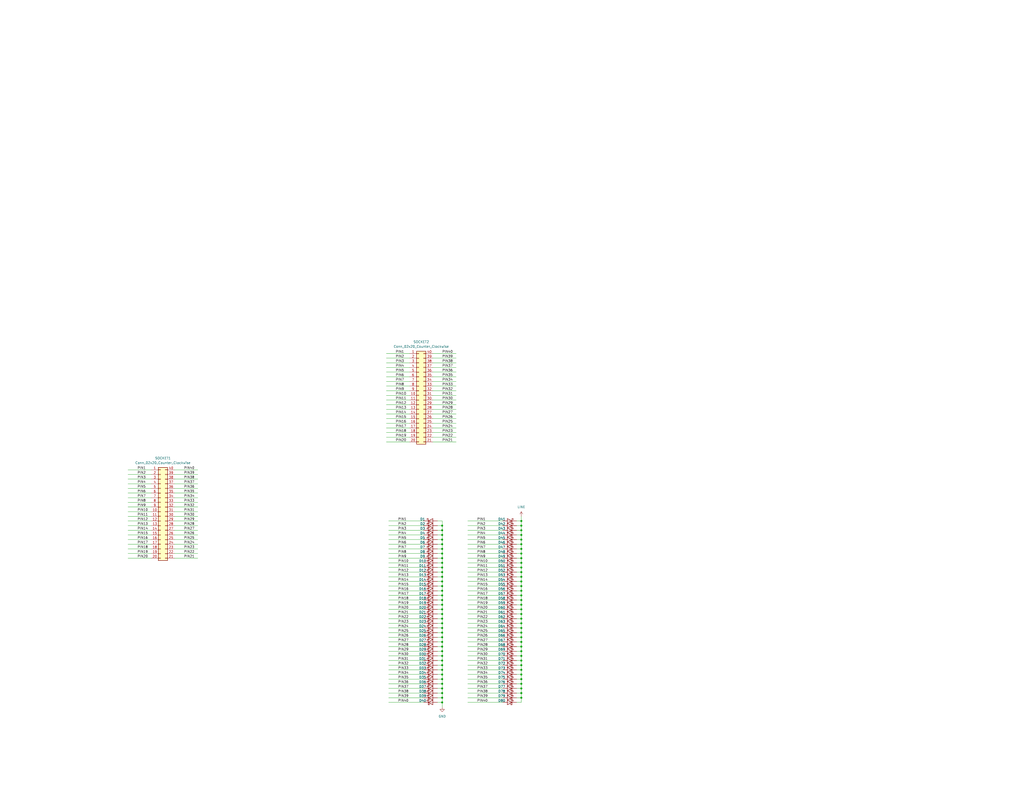
<source format=kicad_sch>
(kicad_sch (version 20231120) (generator "eeschema") (generator_version "8.0")
  (paper "C")
  (title_block (title "UNIC 40") (date "2023-11-24") (rev "1.0") (company "Modular Circuits"))
  (junction (at 241.3 350.52))
  (junction (at 241.3 342.9))
  (junction (at 284.48 378.46))
  (junction (at 284.48 325.12))
  (junction (at 241.3 317.5))
  (junction (at 241.3 360.68))
  (junction (at 284.48 284.48))
  (junction (at 284.48 330.2))
  (junction (at 241.3 325.12))
  (junction (at 284.48 355.6))
  (junction (at 241.3 304.8))
  (junction (at 241.3 365.76))
  (junction (at 284.48 302.26))
  (junction (at 284.48 358.14))
  (junction (at 284.48 335.28))
  (junction (at 241.3 335.28))
  (junction (at 284.48 342.9))
  (junction (at 241.3 302.26))
  (junction (at 284.48 292.1))
  (junction (at 241.3 353.06))
  (junction (at 241.3 358.14))
  (junction (at 241.3 370.84))
  (junction (at 284.48 360.68))
  (junction (at 284.48 299.72))
  (junction (at 284.48 294.64))
  (junction (at 284.48 370.84))
  (junction (at 284.48 373.38))
  (junction (at 284.48 381))
  (junction (at 284.48 363.22))
  (junction (at 241.3 373.38))
  (junction (at 284.48 314.96))
  (junction (at 284.48 347.98))
  (junction (at 241.3 363.22))
  (junction (at 284.48 317.5))
  (junction (at 241.3 381))
  (junction (at 241.3 375.92))
  (junction (at 241.3 294.64))
  (junction (at 241.3 368.3))
  (junction (at 241.3 347.98))
  (junction (at 241.3 314.96))
  (junction (at 284.48 320.04))
  (junction (at 241.3 309.88))
  (junction (at 241.3 332.74))
  (junction (at 284.48 304.8))
  (junction (at 284.48 368.3))
  (junction (at 241.3 345.44))
  (junction (at 241.3 299.72))
  (junction (at 241.3 292.1))
  (junction (at 284.48 337.82))
  (junction (at 241.3 287.02))
  (junction (at 241.3 320.04))
  (junction (at 284.48 309.88))
  (junction (at 284.48 350.52))
  (junction (at 284.48 327.66))
  (junction (at 284.48 345.44))
  (junction (at 284.48 307.34))
  (junction (at 241.3 327.66))
  (junction (at 241.3 337.82))
  (junction (at 284.48 353.06))
  (junction (at 284.48 322.58))
  (junction (at 241.3 330.2))
  (junction (at 241.3 312.42))
  (junction (at 241.3 383.54))
  (junction (at 241.3 340.36))
  (junction (at 241.3 355.6))
  (junction (at 241.3 322.58))
  (junction (at 284.48 340.36))
  (junction (at 241.3 378.46))
  (junction (at 284.48 312.42))
  (junction (at 284.48 289.56))
  (junction (at 241.3 289.56))
  (junction (at 241.3 297.18))
  (junction (at 284.48 287.02))
  (junction (at 284.48 332.74))
  (junction (at 241.3 307.34))
  (junction (at 284.48 365.76))
  (junction (at 284.48 375.92))
  (junction (at 284.48 297.18))
  (wire (pts (xy 241.3 350.52) (xy 241.3 347.98)))
  (wire (pts (xy 69.85 269.24) (xy 82.55 269.24)))
  (wire (pts (xy 95.25 289.56) (xy 107.95 289.56)))
  (wire (pts (xy 238.76 322.58) (xy 241.3 322.58)))
  (wire (pts (xy 238.76 340.36) (xy 241.3 340.36)))
  (wire (pts (xy 212.09 360.68) (xy 231.14 360.68)))
  (wire (pts (xy 212.09 335.28) (xy 231.14 335.28)))
  (wire (pts (xy 212.09 370.84) (xy 231.14 370.84)))
  (wire (pts (xy 241.3 365.76) (xy 241.3 363.22)))
  (wire (pts (xy 281.94 347.98) (xy 284.48 347.98)))
  (wire (pts (xy 284.48 289.56) (xy 284.48 287.02)))
  (wire (pts (xy 241.3 327.66) (xy 241.3 325.12)))
  (wire (pts (xy 255.27 314.96) (xy 274.32 314.96)))
  (wire (pts (xy 255.27 381) (xy 274.32 381)))
  (wire (pts (xy 238.76 381) (xy 241.3 381)))
  (wire (pts (xy 238.76 299.72) (xy 241.3 299.72)))
  (wire (pts (xy 255.27 340.36) (xy 274.32 340.36)))
  (wire (pts (xy 238.76 314.96) (xy 241.3 314.96)))
  (wire (pts (xy 284.48 381) (xy 284.48 378.46)))
  (wire (pts (xy 212.09 375.92) (xy 231.14 375.92)))
  (wire (pts (xy 212.09 363.22) (xy 231.14 363.22)))
  (wire (pts (xy 241.3 302.26) (xy 241.3 299.72)))
  (wire (pts (xy 210.82 223.52) (xy 223.52 223.52)))
  (wire (pts (xy 241.3 368.3) (xy 241.3 365.76)))
  (wire (pts (xy 238.76 345.44) (xy 241.3 345.44)))
  (wire (pts (xy 95.25 297.18) (xy 107.95 297.18)))
  (wire (pts (xy 284.48 312.42) (xy 284.48 309.88)))
  (wire (pts (xy 238.76 368.3) (xy 241.3 368.3)))
  (wire (pts (xy 212.09 325.12) (xy 231.14 325.12)))
  (wire (pts (xy 281.94 381) (xy 284.48 381)))
  (wire (pts (xy 241.3 358.14) (xy 241.3 355.6)))
  (wire (pts (xy 281.94 335.28) (xy 284.48 335.28)))
  (wire (pts (xy 281.94 350.52) (xy 284.48 350.52)))
  (wire (pts (xy 255.27 355.6) (xy 274.32 355.6)))
  (wire (pts (xy 210.82 205.74) (xy 223.52 205.74)))
  (wire (pts (xy 212.09 304.8) (xy 231.14 304.8)))
  (wire (pts (xy 255.27 358.14) (xy 274.32 358.14)))
  (wire (pts (xy 284.48 358.14) (xy 284.48 355.6)))
  (wire (pts (xy 212.09 358.14) (xy 231.14 358.14)))
  (wire (pts (xy 212.09 342.9) (xy 231.14 342.9)))
  (wire (pts (xy 241.3 370.84) (xy 241.3 368.3)))
  (wire (pts (xy 255.27 330.2) (xy 274.32 330.2)))
  (wire (pts (xy 281.94 292.1) (xy 284.48 292.1)))
  (wire (pts (xy 284.48 309.88) (xy 284.48 307.34)))
  (wire (pts (xy 255.27 307.34) (xy 274.32 307.34)))
  (wire (pts (xy 210.82 233.68) (xy 223.52 233.68)))
  (wire (pts (xy 255.27 375.92) (xy 274.32 375.92)))
  (wire (pts (xy 69.85 297.18) (xy 82.55 297.18)))
  (wire (pts (xy 284.48 320.04) (xy 284.48 317.5)))
  (wire (pts (xy 284.48 373.38) (xy 284.48 370.84)))
  (wire (pts (xy 255.27 294.64) (xy 274.32 294.64)))
  (wire (pts (xy 281.94 360.68) (xy 284.48 360.68)))
  (wire (pts (xy 238.76 350.52) (xy 241.3 350.52)))
  (wire (pts (xy 212.09 340.36) (xy 231.14 340.36)))
  (wire (pts (xy 210.82 218.44) (xy 223.52 218.44)))
  (wire (pts (xy 284.48 317.5) (xy 284.48 314.96)))
  (wire (pts (xy 241.3 360.68) (xy 241.3 358.14)))
  (wire (pts (xy 241.3 330.2) (xy 241.3 327.66)))
  (wire (pts (xy 241.3 353.06) (xy 241.3 350.52)))
  (wire (pts (xy 212.09 381) (xy 231.14 381)))
  (wire (pts (xy 284.48 302.26) (xy 284.48 299.72)))
  (wire (pts (xy 236.22 228.6) (xy 248.92 228.6)))
  (wire (pts (xy 241.3 292.1) (xy 241.3 289.56)))
  (wire (pts (xy 284.48 342.9) (xy 284.48 340.36)))
  (wire (pts (xy 95.25 304.8) (xy 107.95 304.8)))
  (wire (pts (xy 281.94 365.76) (xy 284.48 365.76)))
  (wire (pts (xy 236.22 236.22) (xy 248.92 236.22)))
  (wire (pts (xy 212.09 337.82) (xy 231.14 337.82)))
  (wire (pts (xy 241.3 289.56) (xy 241.3 287.02)))
  (wire (pts (xy 281.94 358.14) (xy 284.48 358.14)))
  (wire (pts (xy 281.94 355.6) (xy 284.48 355.6)))
  (wire (pts (xy 255.27 289.56) (xy 274.32 289.56)))
  (wire (pts (xy 238.76 304.8) (xy 241.3 304.8)))
  (wire (pts (xy 69.85 292.1) (xy 82.55 292.1)))
  (wire (pts (xy 236.22 231.14) (xy 248.92 231.14)))
  (wire (pts (xy 281.94 289.56) (xy 284.48 289.56)))
  (wire (pts (xy 281.94 363.22) (xy 284.48 363.22)))
  (wire (pts (xy 284.48 350.52) (xy 284.48 347.98)))
  (wire (pts (xy 95.25 261.62) (xy 107.95 261.62)))
  (wire (pts (xy 238.76 320.04) (xy 241.3 320.04)))
  (wire (pts (xy 284.48 330.2) (xy 284.48 327.66)))
  (wire (pts (xy 255.27 347.98) (xy 274.32 347.98)))
  (wire (pts (xy 95.25 264.16) (xy 107.95 264.16)))
  (wire (pts (xy 241.3 322.58) (xy 241.3 320.04)))
  (wire (pts (xy 238.76 289.56) (xy 241.3 289.56)))
  (wire (pts (xy 255.27 320.04) (xy 274.32 320.04)))
  (wire (pts (xy 236.22 205.74) (xy 248.92 205.74)))
  (wire (pts (xy 255.27 327.66) (xy 274.32 327.66)))
  (wire (pts (xy 212.09 353.06) (xy 231.14 353.06)))
  (wire (pts (xy 236.22 218.44) (xy 248.92 218.44)))
  (wire (pts (xy 284.48 304.8) (xy 284.48 302.26)))
  (wire (pts (xy 212.09 373.38) (xy 231.14 373.38)))
  (wire (pts (xy 212.09 299.72) (xy 231.14 299.72)))
  (wire (pts (xy 69.85 259.08) (xy 82.55 259.08)))
  (wire (pts (xy 284.48 368.3) (xy 284.48 365.76)))
  (wire (pts (xy 281.94 297.18) (xy 284.48 297.18)))
  (wire (pts (xy 212.09 365.76) (xy 231.14 365.76)))
  (wire (pts (xy 69.85 276.86) (xy 82.55 276.86)))
  (wire (pts (xy 281.94 378.46) (xy 284.48 378.46)))
  (wire (pts (xy 210.82 193.04) (xy 223.52 193.04)))
  (wire (pts (xy 281.94 322.58) (xy 284.48 322.58)))
  (wire (pts (xy 241.3 383.54) (xy 241.3 381)))
  (wire (pts (xy 95.25 276.86) (xy 107.95 276.86)))
  (wire (pts (xy 241.3 355.6) (xy 241.3 353.06)))
  (wire (pts (xy 241.3 307.34) (xy 241.3 304.8)))
  (wire (pts (xy 69.85 302.26) (xy 82.55 302.26)))
  (wire (pts (xy 284.48 383.54) (xy 284.48 381)))
  (wire (pts (xy 238.76 297.18) (xy 241.3 297.18)))
  (wire (pts (xy 69.85 284.48) (xy 82.55 284.48)))
  (wire (pts (xy 236.22 220.98) (xy 248.92 220.98)))
  (wire (pts (xy 241.3 312.42) (xy 241.3 309.88)))
  (wire (pts (xy 236.22 226.06) (xy 248.92 226.06)))
  (wire (pts (xy 238.76 309.88) (xy 241.3 309.88)))
  (wire (pts (xy 281.94 304.8) (xy 284.48 304.8)))
  (wire (pts (xy 241.3 378.46) (xy 241.3 375.92)))
  (wire (pts (xy 241.3 335.28) (xy 241.3 332.74)))
  (wire (pts (xy 281.94 330.2) (xy 284.48 330.2)))
  (wire (pts (xy 281.94 325.12) (xy 284.48 325.12)))
  (wire (pts (xy 284.48 378.46) (xy 284.48 375.92)))
  (wire (pts (xy 255.27 363.22) (xy 274.32 363.22)))
  (wire (pts (xy 284.48 297.18) (xy 284.48 294.64)))
  (wire (pts (xy 212.09 289.56) (xy 231.14 289.56)))
  (wire (pts (xy 281.94 302.26) (xy 284.48 302.26)))
  (wire (pts (xy 210.82 208.28) (xy 223.52 208.28)))
  (wire (pts (xy 95.25 269.24) (xy 107.95 269.24)))
  (wire (pts (xy 210.82 236.22) (xy 223.52 236.22)))
  (wire (pts (xy 95.25 271.78) (xy 107.95 271.78)))
  (wire (pts (xy 238.76 294.64) (xy 241.3 294.64)))
  (wire (pts (xy 241.3 383.54) (xy 241.3 386.08)))
  (wire (pts (xy 95.25 266.7) (xy 107.95 266.7)))
  (wire (pts (xy 241.3 337.82) (xy 241.3 335.28)))
  (wire (pts (xy 241.3 345.44) (xy 241.3 342.9)))
  (wire (pts (xy 255.27 378.46) (xy 274.32 378.46)))
  (wire (pts (xy 238.76 355.6) (xy 241.3 355.6)))
  (wire (pts (xy 281.94 294.64) (xy 284.48 294.64)))
  (wire (pts (xy 212.09 368.3) (xy 231.14 368.3)))
  (wire (pts (xy 255.27 302.26) (xy 274.32 302.26)))
  (wire (pts (xy 69.85 289.56) (xy 82.55 289.56)))
  (wire (pts (xy 284.48 299.72) (xy 284.48 297.18)))
  (wire (pts (xy 241.3 342.9) (xy 241.3 340.36)))
  (wire (pts (xy 281.94 337.82) (xy 284.48 337.82)))
  (wire (pts (xy 284.48 370.84) (xy 284.48 368.3)))
  (wire (pts (xy 238.76 335.28) (xy 241.3 335.28)))
  (wire (pts (xy 255.27 325.12) (xy 274.32 325.12)))
  (wire (pts (xy 255.27 368.3) (xy 274.32 368.3)))
  (wire (pts (xy 281.94 383.54) (xy 284.48 383.54)))
  (wire (pts (xy 236.22 223.52) (xy 248.92 223.52)))
  (wire (pts (xy 284.48 287.02) (xy 284.48 284.48)))
  (wire (pts (xy 281.94 314.96) (xy 284.48 314.96)))
  (wire (pts (xy 255.27 373.38) (xy 274.32 373.38)))
  (wire (pts (xy 281.94 307.34) (xy 284.48 307.34)))
  (wire (pts (xy 241.3 304.8) (xy 241.3 302.26)))
  (wire (pts (xy 238.76 378.46) (xy 241.3 378.46)))
  (wire (pts (xy 95.25 294.64) (xy 107.95 294.64)))
  (wire (pts (xy 95.25 281.94) (xy 107.95 281.94)))
  (wire (pts (xy 284.48 327.66) (xy 284.48 325.12)))
  (wire (pts (xy 241.3 325.12) (xy 241.3 322.58)))
  (wire (pts (xy 284.48 335.28) (xy 284.48 332.74)))
  (wire (pts (xy 284.48 360.68) (xy 284.48 358.14)))
  (wire (pts (xy 238.76 287.02) (xy 241.3 287.02)))
  (wire (pts (xy 236.22 233.68) (xy 248.92 233.68)))
  (wire (pts (xy 212.09 378.46) (xy 231.14 378.46)))
  (wire (pts (xy 241.3 314.96) (xy 241.3 312.42)))
  (wire (pts (xy 69.85 266.7) (xy 82.55 266.7)))
  (wire (pts (xy 212.09 347.98) (xy 231.14 347.98)))
  (wire (pts (xy 212.09 287.02) (xy 231.14 287.02)))
  (wire (pts (xy 238.76 360.68) (xy 241.3 360.68)))
  (wire (pts (xy 241.3 332.74) (xy 241.3 330.2)))
  (wire (pts (xy 210.82 226.06) (xy 223.52 226.06)))
  (wire (pts (xy 212.09 309.88) (xy 231.14 309.88)))
  (wire (pts (xy 95.25 274.32) (xy 107.95 274.32)))
  (wire (pts (xy 210.82 220.98) (xy 223.52 220.98)))
  (wire (pts (xy 281.94 320.04) (xy 284.48 320.04)))
  (wire (pts (xy 255.27 309.88) (xy 274.32 309.88)))
  (wire (pts (xy 255.27 304.8) (xy 274.32 304.8)))
  (wire (pts (xy 210.82 203.2) (xy 223.52 203.2)))
  (wire (pts (xy 212.09 292.1) (xy 231.14 292.1)))
  (wire (pts (xy 241.3 287.02) (xy 241.3 284.48)))
  (wire (pts (xy 238.76 312.42) (xy 241.3 312.42)))
  (wire (pts (xy 69.85 304.8) (xy 82.55 304.8)))
  (wire (pts (xy 95.25 292.1) (xy 107.95 292.1)))
  (wire (pts (xy 255.27 287.02) (xy 274.32 287.02)))
  (wire (pts (xy 281.94 368.3) (xy 284.48 368.3)))
  (wire (pts (xy 95.25 287.02) (xy 107.95 287.02)))
  (wire (pts (xy 238.76 337.82) (xy 241.3 337.82)))
  (wire (pts (xy 69.85 294.64) (xy 82.55 294.64)))
  (wire (pts (xy 284.48 294.64) (xy 284.48 292.1)))
  (wire (pts (xy 255.27 360.68) (xy 274.32 360.68)))
  (wire (pts (xy 95.25 256.54) (xy 107.95 256.54)))
  (wire (pts (xy 281.94 327.66) (xy 284.48 327.66)))
  (wire (pts (xy 212.09 297.18) (xy 231.14 297.18)))
  (wire (pts (xy 236.22 198.12) (xy 248.92 198.12)))
  (wire (pts (xy 281.94 312.42) (xy 284.48 312.42)))
  (wire (pts (xy 95.25 259.08) (xy 107.95 259.08)))
  (wire (pts (xy 284.48 363.22) (xy 284.48 360.68)))
  (wire (pts (xy 210.82 198.12) (xy 223.52 198.12)))
  (wire (pts (xy 255.27 317.5) (xy 274.32 317.5)))
  (wire (pts (xy 212.09 314.96) (xy 231.14 314.96)))
  (wire (pts (xy 212.09 330.2) (xy 231.14 330.2)))
  (wire (pts (xy 236.22 238.76) (xy 248.92 238.76)))
  (wire (pts (xy 255.27 370.84) (xy 274.32 370.84)))
  (wire (pts (xy 255.27 350.52) (xy 274.32 350.52)))
  (wire (pts (xy 238.76 353.06) (xy 241.3 353.06)))
  (wire (pts (xy 212.09 312.42) (xy 231.14 312.42)))
  (wire (pts (xy 69.85 271.78) (xy 82.55 271.78)))
  (wire (pts (xy 238.76 347.98) (xy 241.3 347.98)))
  (wire (pts (xy 210.82 195.58) (xy 223.52 195.58)))
  (wire (pts (xy 210.82 200.66) (xy 223.52 200.66)))
  (wire (pts (xy 238.76 383.54) (xy 241.3 383.54)))
  (wire (pts (xy 238.76 363.22) (xy 241.3 363.22)))
  (wire (pts (xy 212.09 284.48) (xy 231.14 284.48)))
  (wire (pts (xy 255.27 292.1) (xy 274.32 292.1)))
  (wire (pts (xy 241.3 317.5) (xy 241.3 314.96)))
  (wire (pts (xy 284.48 353.06) (xy 284.48 350.52)))
  (wire (pts (xy 255.27 299.72) (xy 274.32 299.72)))
  (wire (pts (xy 236.22 210.82) (xy 248.92 210.82)))
  (wire (pts (xy 69.85 274.32) (xy 82.55 274.32)))
  (wire (pts (xy 210.82 241.3) (xy 223.52 241.3)))
  (wire (pts (xy 241.3 363.22) (xy 241.3 360.68)))
  (wire (pts (xy 281.94 373.38) (xy 284.48 373.38)))
  (wire (pts (xy 284.48 347.98) (xy 284.48 345.44)))
  (wire (pts (xy 236.22 215.9) (xy 248.92 215.9)))
  (wire (pts (xy 255.27 345.44) (xy 274.32 345.44)))
  (wire (pts (xy 238.76 373.38) (xy 241.3 373.38)))
  (wire (pts (xy 284.48 322.58) (xy 284.48 320.04)))
  (wire (pts (xy 69.85 299.72) (xy 82.55 299.72)))
  (wire (pts (xy 255.27 312.42) (xy 274.32 312.42)))
  (wire (pts (xy 241.3 347.98) (xy 241.3 345.44)))
  (wire (pts (xy 210.82 213.36) (xy 223.52 213.36)))
  (wire (pts (xy 281.94 284.48) (xy 284.48 284.48)))
  (wire (pts (xy 284.48 337.82) (xy 284.48 335.28)))
  (wire (pts (xy 210.82 228.6) (xy 223.52 228.6)))
  (wire (pts (xy 284.48 314.96) (xy 284.48 312.42)))
  (wire (pts (xy 284.48 332.74) (xy 284.48 330.2)))
  (wire (pts (xy 238.76 365.76) (xy 241.3 365.76)))
  (wire (pts (xy 238.76 327.66) (xy 241.3 327.66)))
  (wire (pts (xy 212.09 355.6) (xy 231.14 355.6)))
  (wire (pts (xy 236.22 193.04) (xy 248.92 193.04)))
  (wire (pts (xy 281.94 299.72) (xy 284.48 299.72)))
  (wire (pts (xy 281.94 332.74) (xy 284.48 332.74)))
  (wire (pts (xy 69.85 256.54) (xy 82.55 256.54)))
  (wire (pts (xy 95.25 284.48) (xy 107.95 284.48)))
  (wire (pts (xy 255.27 383.54) (xy 274.32 383.54)))
  (wire (pts (xy 255.27 365.76) (xy 274.32 365.76)))
  (wire (pts (xy 241.3 320.04) (xy 241.3 317.5)))
  (wire (pts (xy 284.48 284.48) (xy 284.48 281.94)))
  (wire (pts (xy 255.27 284.48) (xy 274.32 284.48)))
  (wire (pts (xy 241.3 340.36) (xy 241.3 337.82)))
  (wire (pts (xy 210.82 210.82) (xy 223.52 210.82)))
  (wire (pts (xy 281.94 375.92) (xy 284.48 375.92)))
  (wire (pts (xy 238.76 358.14) (xy 241.3 358.14)))
  (wire (pts (xy 281.94 287.02) (xy 284.48 287.02)))
  (wire (pts (xy 255.27 337.82) (xy 274.32 337.82)))
  (wire (pts (xy 255.27 335.28) (xy 274.32 335.28)))
  (wire (pts (xy 238.76 317.5) (xy 241.3 317.5)))
  (wire (pts (xy 238.76 325.12) (xy 241.3 325.12)))
  (wire (pts (xy 212.09 332.74) (xy 231.14 332.74)))
  (wire (pts (xy 284.48 307.34) (xy 284.48 304.8)))
  (wire (pts (xy 95.25 302.26) (xy 107.95 302.26)))
  (wire (pts (xy 69.85 281.94) (xy 82.55 281.94)))
  (wire (pts (xy 281.94 345.44) (xy 284.48 345.44)))
  (wire (pts (xy 236.22 208.28) (xy 248.92 208.28)))
  (wire (pts (xy 281.94 342.9) (xy 284.48 342.9)))
  (wire (pts (xy 255.27 322.58) (xy 274.32 322.58)))
  (wire (pts (xy 238.76 332.74) (xy 241.3 332.74)))
  (wire (pts (xy 212.09 350.52) (xy 231.14 350.52)))
  (wire (pts (xy 281.94 340.36) (xy 284.48 340.36)))
  (wire (pts (xy 284.48 375.92) (xy 284.48 373.38)))
  (wire (pts (xy 212.09 294.64) (xy 231.14 294.64)))
  (wire (pts (xy 284.48 325.12) (xy 284.48 322.58)))
  (wire (pts (xy 212.09 345.44) (xy 231.14 345.44)))
  (wire (pts (xy 281.94 370.84) (xy 284.48 370.84)))
  (wire (pts (xy 238.76 302.26) (xy 241.3 302.26)))
  (wire (pts (xy 212.09 302.26) (xy 231.14 302.26)))
  (wire (pts (xy 284.48 355.6) (xy 284.48 353.06)))
  (wire (pts (xy 236.22 200.66) (xy 248.92 200.66)))
  (wire (pts (xy 210.82 231.14) (xy 223.52 231.14)))
  (wire (pts (xy 95.25 279.4) (xy 107.95 279.4)))
  (wire (pts (xy 210.82 238.76) (xy 223.52 238.76)))
  (wire (pts (xy 284.48 292.1) (xy 284.48 289.56)))
  (wire (pts (xy 241.3 375.92) (xy 241.3 373.38)))
  (wire (pts (xy 241.3 373.38) (xy 241.3 370.84)))
  (wire (pts (xy 69.85 261.62) (xy 82.55 261.62)))
  (wire (pts (xy 284.48 365.76) (xy 284.48 363.22)))
  (wire (pts (xy 281.94 353.06) (xy 284.48 353.06)))
  (wire (pts (xy 241.3 299.72) (xy 241.3 297.18)))
  (wire (pts (xy 255.27 342.9) (xy 274.32 342.9)))
  (wire (pts (xy 236.22 195.58) (xy 248.92 195.58)))
  (wire (pts (xy 210.82 215.9) (xy 223.52 215.9)))
  (wire (pts (xy 241.3 309.88) (xy 241.3 307.34)))
  (wire (pts (xy 241.3 381) (xy 241.3 378.46)))
  (wire (pts (xy 69.85 287.02) (xy 82.55 287.02)))
  (wire (pts (xy 69.85 279.4) (xy 82.55 279.4)))
  (wire (pts (xy 212.09 327.66) (xy 231.14 327.66)))
  (wire (pts (xy 95.25 299.72) (xy 107.95 299.72)))
  (wire (pts (xy 236.22 241.3) (xy 248.92 241.3)))
  (wire (pts (xy 212.09 317.5) (xy 231.14 317.5)))
  (wire (pts (xy 255.27 297.18) (xy 274.32 297.18)))
  (wire (pts (xy 238.76 330.2) (xy 241.3 330.2)))
  (wire (pts (xy 238.76 307.34) (xy 241.3 307.34)))
  (wire (pts (xy 281.94 309.88) (xy 284.48 309.88)))
  (wire (pts (xy 212.09 307.34) (xy 231.14 307.34)))
  (wire (pts (xy 241.3 294.64) (xy 241.3 292.1)))
  (wire (pts (xy 238.76 292.1) (xy 241.3 292.1)))
  (wire (pts (xy 69.85 264.16) (xy 82.55 264.16)))
  (wire (pts (xy 212.09 322.58) (xy 231.14 322.58)))
  (wire (pts (xy 284.48 340.36) (xy 284.48 337.82)))
  (wire (pts (xy 238.76 375.92) (xy 241.3 375.92)))
  (wire (pts (xy 212.09 320.04) (xy 231.14 320.04)))
  (wire (pts (xy 238.76 284.48) (xy 241.3 284.48)))
  (wire (pts (xy 238.76 370.84) (xy 241.3 370.84)))
  (wire (pts (xy 281.94 317.5) (xy 284.48 317.5)))
  (wire (pts (xy 284.48 345.44) (xy 284.48 342.9)))
  (wire (pts (xy 241.3 297.18) (xy 241.3 294.64)))
  (wire (pts (xy 255.27 332.74) (xy 274.32 332.74)))
  (wire (pts (xy 236.22 203.2) (xy 248.92 203.2)))
  (wire (pts (xy 238.76 342.9) (xy 241.3 342.9)))
  (wire (pts (xy 212.09 383.54) (xy 231.14 383.54)))
  (wire (pts (xy 236.22 213.36) (xy 248.92 213.36)))
  (wire (pts (xy 255.27 353.06) (xy 274.32 353.06)))
  (label "PIN7" (at 74.93 271.78 0))
  (label "PIN32" (at 260.35 363.22 0))
  (label "PIN22" (at 100.33 302.26 0))
  (label "PIN30" (at 241.3 218.44 0))
  (label "PIN9" (at 74.93 276.86 0))
  (label "PIN27" (at 260.35 350.52 0))
  (label "PIN22" (at 260.35 337.82 0))
  (label "PIN36" (at 260.35 373.38 0))
  (label "PIN22" (at 241.3 238.76 0))
  (label "PIN6" (at 215.9 205.74 0))
  (label "PIN13" (at 74.93 287.02 0))
  (label "PIN14" (at 215.9 226.06 0))
  (label "PIN6" (at 74.93 269.24 0))
  (label "PIN9" (at 260.35 304.8 0))
  (label "PIN1" (at 217.17 284.48 0))
  (label "PIN38" (at 260.35 378.46 0))
  (label "PIN27" (at 217.17 350.52 0))
  (label "PIN31" (at 241.3 215.9 0))
  (label "PIN19" (at 215.9 238.76 0))
  (label "PIN34" (at 241.3 208.28 0))
  (label "PIN11" (at 74.93 281.94 0))
  (label "PIN35" (at 241.3 205.74 0))
  (label "PIN4" (at 215.9 200.66 0))
  (label "PIN7" (at 215.9 208.28 0))
  (label "PIN38" (at 217.17 378.46 0))
  (label "PIN20" (at 74.93 304.8 0))
  (label "PIN19" (at 260.35 330.2 0))
  (label "PIN3" (at 217.17 289.56 0))
  (label "PIN37" (at 217.17 375.92 0))
  (label "PIN18" (at 215.9 236.22 0))
  (label "PIN28" (at 260.35 353.06 0))
  (label "PIN15" (at 217.17 320.04 0))
  (label "PIN13" (at 215.9 223.52 0))
  (label "PIN17" (at 215.9 233.68 0))
  (label "PIN11" (at 215.9 218.44 0))
  (label "PIN24" (at 241.3 233.68 0))
  (label "PIN40" (at 260.35 383.54 0))
  (label "PIN13" (at 260.35 314.96 0))
  (label "PIN23" (at 260.35 340.36 0))
  (label "PIN37" (at 260.35 375.92 0))
  (label "PIN26" (at 217.17 347.98 0))
  (label "PIN27" (at 100.33 289.56 0))
  (label "PIN28" (at 241.3 223.52 0))
  (label "PIN16" (at 260.35 322.58 0))
  (label "PIN14" (at 260.35 317.5 0))
  (label "PIN24" (at 260.35 342.9 0))
  (label "PIN31" (at 100.33 279.4 0))
  (label "PIN15" (at 215.9 228.6 0))
  (label "PIN3" (at 260.35 289.56 0))
  (label "PIN28" (at 217.17 353.06 0))
  (label "PIN36" (at 100.33 266.7 0))
  (label "PIN4" (at 74.93 264.16 0))
  (label "PIN33" (at 100.33 274.32 0))
  (label "PIN5" (at 74.93 266.7 0))
  (label "PIN18" (at 74.93 299.72 0))
  (label "PIN32" (at 217.17 363.22 0))
  (label "PIN33" (at 241.3 210.82 0))
  (label "PIN21" (at 241.3 241.3 0))
  (label "PIN16" (at 74.93 294.64 0))
  (label "PIN37" (at 241.3 200.66 0))
  (label "PIN25" (at 241.3 231.14 0))
  (label "PIN1" (at 215.9 193.04 0))
  (label "PIN8" (at 74.93 274.32 0))
  (label "PIN39" (at 217.17 381 0))
  (label "PIN2" (at 260.35 287.02 0))
  (label "PIN37" (at 100.33 264.16 0))
  (label "PIN20" (at 217.17 332.74 0))
  (label "PIN24" (at 100.33 297.18 0))
  (label "PIN32" (at 100.33 276.86 0))
  (label "PIN6" (at 217.17 297.18 0))
  (label "PIN14" (at 217.17 317.5 0))
  (label "PIN23" (at 217.17 340.36 0))
  (label "PIN6" (at 260.35 297.18 0))
  (label "PIN8" (at 260.35 302.26 0))
  (label "PIN13" (at 217.17 314.96 0))
  (label "PIN11" (at 217.17 309.88 0))
  (label "PIN29" (at 100.33 284.48 0))
  (label "PIN38" (at 241.3 198.12 0))
  (label "PIN4" (at 217.17 292.1 0))
  (label "PIN18" (at 260.35 327.66 0))
  (label "PIN21" (at 100.33 304.8 0))
  (label "PIN21" (at 260.35 335.28 0))
  (label "PIN2" (at 215.9 195.58 0))
  (label "PIN17" (at 74.93 297.18 0))
  (label "PIN5" (at 215.9 203.2 0))
  (label "PIN25" (at 217.17 345.44 0))
  (label "PIN29" (at 241.3 220.98 0))
  (label "PIN22" (at 217.17 337.82 0))
  (label "PIN11" (at 260.35 309.88 0))
  (label "PIN8" (at 215.9 210.82 0))
  (label "PIN15" (at 74.93 292.1 0))
  (label "PIN10" (at 74.93 279.4 0))
  (label "PIN23" (at 100.33 299.72 0))
  (label "PIN19" (at 74.93 302.26 0))
  (label "PIN12" (at 215.9 220.98 0))
  (label "PIN19" (at 217.17 330.2 0))
  (label "PIN23" (at 241.3 236.22 0))
  (label "PIN36" (at 241.3 203.2 0))
  (label "PIN26" (at 241.3 228.6 0))
  (label "PIN27" (at 241.3 226.06 0))
  (label "PIN3" (at 74.93 261.62 0))
  (label "PIN2" (at 74.93 259.08 0))
  (label "PIN25" (at 100.33 294.64 0))
  (label "PIN21" (at 217.17 335.28 0))
  (label "PIN33" (at 260.35 365.76 0))
  (label "PIN18" (at 217.17 327.66 0))
  (label "PIN17" (at 260.35 325.12 0))
  (label "PIN16" (at 215.9 231.14 0))
  (label "PIN29" (at 217.17 355.6 0))
  (label "PIN16" (at 217.17 322.58 0))
  (label "PIN10" (at 260.35 307.34 0))
  (label "PIN5" (at 217.17 294.64 0))
  (label "PIN30" (at 260.35 358.14 0))
  (label "PIN36" (at 217.17 373.38 0))
  (label "PIN33" (at 217.17 365.76 0))
  (label "PIN31" (at 217.17 360.68 0))
  (label "PIN10" (at 215.9 215.9 0))
  (label "PIN15" (at 260.35 320.04 0))
  (label "PIN30" (at 100.33 281.94 0))
  (label "PIN30" (at 217.17 358.14 0))
  (label "PIN40" (at 217.17 383.54 0))
  (label "PIN14" (at 74.93 289.56 0))
  (label "PIN26" (at 260.35 347.98 0))
  (label "PIN34" (at 217.17 368.3 0))
  (label "PIN34" (at 260.35 368.3 0))
  (label "PIN25" (at 260.35 345.44 0))
  (label "PIN8" (at 217.17 302.26 0))
  (label "PIN12" (at 260.35 312.42 0))
  (label "PIN35" (at 260.35 370.84 0))
  (label "PIN38" (at 100.33 261.62 0))
  (label "PIN1" (at 260.35 284.48 0))
  (label "PIN12" (at 74.93 284.48 0))
  (label "PIN12" (at 217.17 312.42 0))
  (label "PIN29" (at 260.35 355.6 0))
  (label "PIN39" (at 241.3 195.58 0))
  (label "PIN40" (at 100.33 256.54 0))
  (label "PIN20" (at 260.35 332.74 0))
  (label "PIN26" (at 100.33 292.1 0))
  (label "PIN5" (at 260.35 294.64 0))
  (label "PIN1" (at 74.93 256.54 0))
  (label "PIN3" (at 215.9 198.12 0))
  (label "PIN31" (at 260.35 360.68 0))
  (label "PIN40" (at 241.3 193.04 0))
  (label "PIN7" (at 260.35 299.72 0))
  (label "PIN17" (at 217.17 325.12 0))
  (label "PIN28" (at 100.33 287.02 0))
  (label "PIN24" (at 217.17 342.9 0))
  (label "PIN9" (at 217.17 304.8 0))
  (label "PIN9" (at 215.9 213.36 0))
  (label "PIN4" (at 260.35 292.1 0))
  (label "PIN20" (at 215.9 241.3 0))
  (label "PIN35" (at 100.33 269.24 0))
  (label "PIN7" (at 217.17 299.72 0))
  (label "PIN35" (at 217.17 370.84 0))
  (label "PIN34" (at 100.33 271.78 0))
  (label "PIN2" (at 217.17 287.02 0))
  (label "PIN10" (at 217.17 307.34 0))
  (label "PIN39" (at 100.33 259.08 0))
  (label "PIN32" (at 241.3 213.36 0))
  (label "PIN39" (at 260.35 381 0))
  (symbol (lib_id "Device:D_Schottky") (at 234.95 309.88 0) (unit 1)
    (property "Reference" "D11" (at 230.632 308.864 0))
    (property "Value" "D_Schottky" (effects (hide yes)))
    (property "Footprint" "UNIC:D_SOD-123" (effects (hide yes)))
    (property "Datasheet" "https://www.mccsemi.com/pdf/Products/SM5817PL-SM5819PL(SOD-123FL).PDF" (effects (hide yes)))
    (property "Description" "Schottky diode" (effects (hide yes)))
    (property "mpn" "SM5817PL-TP" (effects (hide yes)))
  )
  (symbol (lib_id "Device:D_Schottky") (at 234.95 355.6 0) (unit 1)
    (property "Reference" "D29" (at 230.632 354.584 0))
    (property "Value" "D_Schottky" (effects (hide yes)))
    (property "Footprint" "UNIC:D_SOD-123" (effects (hide yes)))
    (property "Datasheet" "https://www.mccsemi.com/pdf/Products/SM5817PL-SM5819PL(SOD-123FL).PDF" (effects (hide yes)))
    (property "Description" "Schottky diode" (effects (hide yes)))
    (property "mpn" "SM5817PL-TP" (effects (hide yes)))
  )
  (symbol (lib_id "Device:D_Schottky") (at 234.95 353.06 0) (unit 1)
    (property "Reference" "D28" (at 230.632 352.044 0))
    (property "Value" "D_Schottky" (effects (hide yes)))
    (property "Footprint" "UNIC:D_SOD-123" (effects (hide yes)))
    (property "Datasheet" "https://www.mccsemi.com/pdf/Products/SM5817PL-SM5819PL(SOD-123FL).PDF" (effects (hide yes)))
    (property "Description" "Schottky diode" (effects (hide yes)))
    (property "mpn" "SM5817PL-TP" (effects (hide yes)))
  )
  (symbol (lib_id "Device:D_Schottky") (at 278.13 314.96 0) (mirror y) (unit 1)
    (property "Reference" "D53" (at 273.812 313.944 0))
    (property "Value" "D_Schottky" (effects (hide yes)))
    (property "Footprint" "UNIC:D_SOD-123" (effects (hide yes)))
    (property "Datasheet" "https://www.mccsemi.com/pdf/Products/SM5817PL-SM5819PL(SOD-123FL).PDF" (effects (hide yes)))
    (property "Description" "Schottky diode" (effects (hide yes)))
    (property "mpn" "SM5817PL-TP" (effects (hide yes)))
  )
  (symbol (lib_id "Device:D_Schottky") (at 278.13 353.06 0) (mirror y) (unit 1)
    (property "Reference" "D68" (at 273.812 352.044 0))
    (property "Value" "D_Schottky" (effects (hide yes)))
    (property "Footprint" "UNIC:D_SOD-123" (effects (hide yes)))
    (property "Datasheet" "https://www.mccsemi.com/pdf/Products/SM5817PL-SM5819PL(SOD-123FL).PDF" (effects (hide yes)))
    (property "Description" "Schottky diode" (effects (hide yes)))
    (property "mpn" "SM5817PL-TP" (effects (hide yes)))
  )
  (symbol (lib_id "Device:D_Schottky") (at 278.13 307.34 0) (mirror y) (unit 1)
    (property "Reference" "D50" (at 273.812 306.324 0))
    (property "Value" "D_Schottky" (effects (hide yes)))
    (property "Footprint" "UNIC:D_SOD-123" (effects (hide yes)))
    (property "Datasheet" "https://www.mccsemi.com/pdf/Products/SM5817PL-SM5819PL(SOD-123FL).PDF" (effects (hide yes)))
    (property "Description" "Schottky diode" (effects (hide yes)))
    (property "mpn" "SM5817PL-TP" (effects (hide yes)))
  )
  (symbol (lib_id "Device:D_Schottky") (at 278.13 299.72 0) (mirror y) (unit 1)
    (property "Reference" "D47" (at 273.812 298.704 0))
    (property "Value" "D_Schottky" (effects (hide yes)))
    (property "Footprint" "UNIC:D_SOD-123" (effects (hide yes)))
    (property "Datasheet" "https://www.mccsemi.com/pdf/Products/SM5817PL-SM5819PL(SOD-123FL).PDF" (effects (hide yes)))
    (property "Description" "Schottky diode" (effects (hide yes)))
    (property "mpn" "SM5817PL-TP" (effects (hide yes)))
  )
  (symbol (lib_id "Device:D_Schottky") (at 278.13 330.2 0) (mirror y) (unit 1)
    (property "Reference" "D59" (at 273.812 329.184 0))
    (property "Value" "D_Schottky" (effects (hide yes)))
    (property "Footprint" "UNIC:D_SOD-123" (effects (hide yes)))
    (property "Datasheet" "https://www.mccsemi.com/pdf/Products/SM5817PL-SM5819PL(SOD-123FL).PDF" (effects (hide yes)))
    (property "Description" "Schottky diode" (effects (hide yes)))
    (property "mpn" "SM5817PL-TP" (effects (hide yes)))
  )
  (symbol (lib_id "Device:D_Schottky") (at 278.13 383.54 0) (mirror y) (unit 1)
    (property "Reference" "D80" (at 273.812 382.524 0))
    (property "Value" "D_Schottky" (effects (hide yes)))
    (property "Footprint" "UNIC:D_SOD-123" (effects (hide yes)))
    (property "Datasheet" "https://www.mccsemi.com/pdf/Products/SM5817PL-SM5819PL(SOD-123FL).PDF" (effects (hide yes)))
    (property "Description" "Schottky diode" (effects (hide yes)))
    (property "mpn" "SM5817PL-TP" (effects (hide yes)))
  )
  (symbol (lib_id "Device:D_Schottky") (at 234.95 327.66 0) (unit 1)
    (property "Reference" "D18" (at 230.632 326.644 0))
    (property "Value" "D_Schottky" (effects (hide yes)))
    (property "Footprint" "UNIC:D_SOD-123" (effects (hide yes)))
    (property "Datasheet" "https://www.mccsemi.com/pdf/Products/SM5817PL-SM5819PL(SOD-123FL).PDF" (effects (hide yes)))
    (property "Description" "Schottky diode" (effects (hide yes)))
    (property "mpn" "SM5817PL-TP" (effects (hide yes)))
  )
  (symbol (lib_id "Device:D_Schottky") (at 278.13 340.36 0) (mirror y) (unit 1)
    (property "Reference" "D63" (at 273.812 339.344 0))
    (property "Value" "D_Schottky" (effects (hide yes)))
    (property "Footprint" "UNIC:D_SOD-123" (effects (hide yes)))
    (property "Datasheet" "https://www.mccsemi.com/pdf/Products/SM5817PL-SM5819PL(SOD-123FL).PDF" (effects (hide yes)))
    (property "Description" "Schottky diode" (effects (hide yes)))
    (property "mpn" "SM5817PL-TP" (effects (hide yes)))
  )
  (symbol (lib_id "Device:D_Schottky") (at 234.95 360.68 0) (unit 1)
    (property "Reference" "D31" (at 230.632 359.664 0))
    (property "Value" "D_Schottky" (effects (hide yes)))
    (property "Footprint" "UNIC:D_SOD-123" (effects (hide yes)))
    (property "Datasheet" "https://www.mccsemi.com/pdf/Products/SM5817PL-SM5819PL(SOD-123FL).PDF" (effects (hide yes)))
    (property "Description" "Schottky diode" (effects (hide yes)))
    (property "mpn" "SM5817PL-TP" (effects (hide yes)))
  )
  (symbol (lib_id "Device:D_Schottky") (at 234.95 297.18 0) (unit 1)
    (property "Reference" "D6" (at 230.632 296.164 0))
    (property "Value" "D_Schottky" (effects (hide yes)))
    (property "Footprint" "UNIC:D_SOD-123" (effects (hide yes)))
    (property "Datasheet" "https://www.mccsemi.com/pdf/Products/SM5817PL-SM5819PL(SOD-123FL).PDF" (effects (hide yes)))
    (property "Description" "Schottky diode" (effects (hide yes)))
    (property "mpn" "SM5817PL-TP" (effects (hide yes)))
  )
  (symbol (lib_id "Connector_Generic:Conn_02x20_Counter_Clockwise") (at 228.6 215.9 0) (unit 1)
    (property "Reference" "SOCKET2" (at 229.87 186.69 0))
    (property "Value" "Conn_02x20_Counter_Clockwise" (at 229.87 189.23 0))
    (property "Footprint" "Package_DIP:DIP-40_W15.24mm_Socket_LongPads" (effects (hide yes)))
    (property "Description" "Generic connector, double row, 02x20, counter clockwise pin numbering scheme (similar to DIP package numbering), script generated (kicad-library-utils/schlib/autogen/connector/)" (effects (hide yes)))
  )
  (symbol (lib_id "Device:D_Schottky") (at 278.13 365.76 0) (mirror y) (unit 1)
    (property "Reference" "D73" (at 273.812 364.744 0))
    (property "Value" "D_Schottky" (effects (hide yes)))
    (property "Footprint" "UNIC:D_SOD-123" (effects (hide yes)))
    (property "Datasheet" "https://www.mccsemi.com/pdf/Products/SM5817PL-SM5819PL(SOD-123FL).PDF" (effects (hide yes)))
    (property "Description" "Schottky diode" (effects (hide yes)))
    (property "mpn" "SM5817PL-TP" (effects (hide yes)))
  )
  (symbol (lib_id "Device:D_Schottky") (at 234.95 378.46 0) (unit 1)
    (property "Reference" "D38" (at 230.632 377.444 0))
    (property "Value" "D_Schottky" (effects (hide yes)))
    (property "Footprint" "UNIC:D_SOD-123" (effects (hide yes)))
    (property "Datasheet" "https://www.mccsemi.com/pdf/Products/SM5817PL-SM5819PL(SOD-123FL).PDF" (effects (hide yes)))
    (property "Description" "Schottky diode" (effects (hide yes)))
    (property "mpn" "SM5817PL-TP" (effects (hide yes)))
  )
  (symbol (lib_id "Device:D_Schottky") (at 234.95 294.64 0) (unit 1)
    (property "Reference" "D5" (at 230.632 293.624 0))
    (property "Value" "D_Schottky" (effects (hide yes)))
    (property "Footprint" "UNIC:D_SOD-123" (effects (hide yes)))
    (property "Datasheet" "https://www.mccsemi.com/pdf/Products/SM5817PL-SM5819PL(SOD-123FL).PDF" (effects (hide yes)))
    (property "Description" "Schottky diode" (effects (hide yes)))
    (property "mpn" "SM5817PL-TP" (effects (hide yes)))
  )
  (symbol (lib_id "Device:D_Schottky") (at 278.13 355.6 0) (mirror y) (unit 1)
    (property "Reference" "D69" (at 273.812 354.584 0))
    (property "Value" "D_Schottky" (effects (hide yes)))
    (property "Footprint" "UNIC:D_SOD-123" (effects (hide yes)))
    (property "Datasheet" "https://www.mccsemi.com/pdf/Products/SM5817PL-SM5819PL(SOD-123FL).PDF" (effects (hide yes)))
    (property "Description" "Schottky diode" (effects (hide yes)))
    (property "mpn" "SM5817PL-TP" (effects (hide yes)))
  )
  (symbol (lib_id "Device:D_Schottky") (at 234.95 292.1 0) (unit 1)
    (property "Reference" "D4" (at 230.632 291.084 0))
    (property "Value" "D_Schottky" (effects (hide yes)))
    (property "Footprint" "UNIC:D_SOD-123" (effects (hide yes)))
    (property "Datasheet" "https://www.mccsemi.com/pdf/Products/SM5817PL-SM5819PL(SOD-123FL).PDF" (effects (hide yes)))
    (property "Description" "Schottky diode" (effects (hide yes)))
    (property "mpn" "SM5817PL-TP" (effects (hide yes)))
  )
  (symbol (lib_id "Device:D_Schottky") (at 234.95 345.44 0) (unit 1)
    (property "Reference" "D25" (at 230.632 344.424 0))
    (property "Value" "D_Schottky" (effects (hide yes)))
    (property "Footprint" "UNIC:D_SOD-123" (effects (hide yes)))
    (property "Datasheet" "https://www.mccsemi.com/pdf/Products/SM5817PL-SM5819PL(SOD-123FL).PDF" (effects (hide yes)))
    (property "Description" "Schottky diode" (effects (hide yes)))
    (property "mpn" "SM5817PL-TP" (effects (hide yes)))
  )
  (symbol (lib_id "Device:D_Schottky") (at 234.95 383.54 0) (unit 1)
    (property "Reference" "D40" (at 230.632 382.524 0))
    (property "Value" "D_Schottky" (effects (hide yes)))
    (property "Footprint" "UNIC:D_SOD-123" (effects (hide yes)))
    (property "Datasheet" "https://www.mccsemi.com/pdf/Products/SM5817PL-SM5819PL(SOD-123FL).PDF" (effects (hide yes)))
    (property "Description" "Schottky diode" (effects (hide yes)))
    (property "mpn" "SM5817PL-TP" (effects (hide yes)))
  )
  (symbol (lib_id "Device:D_Schottky") (at 234.95 370.84 0) (unit 1)
    (property "Reference" "D35" (at 230.632 369.824 0))
    (property "Value" "D_Schottky" (effects (hide yes)))
    (property "Footprint" "UNIC:D_SOD-123" (effects (hide yes)))
    (property "Datasheet" "https://www.mccsemi.com/pdf/Products/SM5817PL-SM5819PL(SOD-123FL).PDF" (effects (hide yes)))
    (property "Description" "Schottky diode" (effects (hide yes)))
    (property "mpn" "SM5817PL-TP" (effects (hide yes)))
  )
  (symbol (lib_id "Device:D_Schottky") (at 234.95 368.3 0) (unit 1)
    (property "Reference" "D34" (at 230.632 367.284 0))
    (property "Value" "D_Schottky" (effects (hide yes)))
    (property "Footprint" "UNIC:D_SOD-123" (effects (hide yes)))
    (property "Datasheet" "https://www.mccsemi.com/pdf/Products/SM5817PL-SM5819PL(SOD-123FL).PDF" (effects (hide yes)))
    (property "Description" "Schottky diode" (effects (hide yes)))
    (property "mpn" "SM5817PL-TP" (effects (hide yes)))
  )
  (symbol (lib_id "Device:D_Schottky") (at 278.13 284.48 0) (mirror y) (unit 1)
    (property "Reference" "D41" (at 273.812 283.464 0))
    (property "Value" "D_Schottky" (effects (hide yes)))
    (property "Footprint" "UNIC:D_SOD-123" (effects (hide yes)))
    (property "Datasheet" "https://www.mccsemi.com/pdf/Products/SM5817PL-SM5819PL(SOD-123FL).PDF" (effects (hide yes)))
    (property "Description" "Schottky diode" (effects (hide yes)))
    (property "mpn" "SM5817PL-TP" (effects (hide yes)))
  )
  (symbol (lib_id "Device:D_Schottky") (at 278.13 309.88 0) (mirror y) (unit 1)
    (property "Reference" "D51" (at 273.812 308.864 0))
    (property "Value" "D_Schottky" (effects (hide yes)))
    (property "Footprint" "UNIC:D_SOD-123" (effects (hide yes)))
    (property "Datasheet" "https://www.mccsemi.com/pdf/Products/SM5817PL-SM5819PL(SOD-123FL).PDF" (effects (hide yes)))
    (property "Description" "Schottky diode" (effects (hide yes)))
    (property "mpn" "SM5817PL-TP" (effects (hide yes)))
  )
  (symbol (lib_id "Device:D_Schottky") (at 278.13 325.12 0) (mirror y) (unit 1)
    (property "Reference" "D57" (at 273.812 324.104 0))
    (property "Value" "D_Schottky" (effects (hide yes)))
    (property "Footprint" "UNIC:D_SOD-123" (effects (hide yes)))
    (property "Datasheet" "https://www.mccsemi.com/pdf/Products/SM5817PL-SM5819PL(SOD-123FL).PDF" (effects (hide yes)))
    (property "Description" "Schottky diode" (effects (hide yes)))
    (property "mpn" "SM5817PL-TP" (effects (hide yes)))
  )
  (symbol (lib_id "Device:D_Schottky") (at 278.13 363.22 0) (mirror y) (unit 1)
    (property "Reference" "D72" (at 273.812 362.204 0))
    (property "Value" "D_Schottky" (effects (hide yes)))
    (property "Footprint" "UNIC:D_SOD-123" (effects (hide yes)))
    (property "Datasheet" "https://www.mccsemi.com/pdf/Products/SM5817PL-SM5819PL(SOD-123FL).PDF" (effects (hide yes)))
    (property "Description" "Schottky diode" (effects (hide yes)))
    (property "mpn" "SM5817PL-TP" (effects (hide yes)))
  )
  (symbol (lib_id "Device:D_Schottky") (at 278.13 337.82 0) (mirror y) (unit 1)
    (property "Reference" "D62" (at 273.812 336.804 0))
    (property "Value" "D_Schottky" (effects (hide yes)))
    (property "Footprint" "UNIC:D_SOD-123" (effects (hide yes)))
    (property "Datasheet" "https://www.mccsemi.com/pdf/Products/SM5817PL-SM5819PL(SOD-123FL).PDF" (effects (hide yes)))
    (property "Description" "Schottky diode" (effects (hide yes)))
    (property "mpn" "SM5817PL-TP" (effects (hide yes)))
  )
  (symbol (lib_id "Device:D_Schottky") (at 278.13 360.68 0) (mirror y) (unit 1)
    (property "Reference" "D71" (at 273.812 359.664 0))
    (property "Value" "D_Schottky" (effects (hide yes)))
    (property "Footprint" "UNIC:D_SOD-123" (effects (hide yes)))
    (property "Datasheet" "https://www.mccsemi.com/pdf/Products/SM5817PL-SM5819PL(SOD-123FL).PDF" (effects (hide yes)))
    (property "Description" "Schottky diode" (effects (hide yes)))
    (property "mpn" "SM5817PL-TP" (effects (hide yes)))
  )
  (symbol (lib_id "Device:D_Schottky") (at 234.95 363.22 0) (unit 1)
    (property "Reference" "D32" (at 230.632 362.204 0))
    (property "Value" "D_Schottky" (effects (hide yes)))
    (property "Footprint" "UNIC:D_SOD-123" (effects (hide yes)))
    (property "Datasheet" "https://www.mccsemi.com/pdf/Products/SM5817PL-SM5819PL(SOD-123FL).PDF" (effects (hide yes)))
    (property "Description" "Schottky diode" (effects (hide yes)))
    (property "mpn" "SM5817PL-TP" (effects (hide yes)))
  )
  (symbol (lib_id "Device:D_Schottky") (at 278.13 373.38 0) (mirror y) (unit 1)
    (property "Reference" "D76" (at 273.812 372.364 0))
    (property "Value" "D_Schottky" (effects (hide yes)))
    (property "Footprint" "UNIC:D_SOD-123" (effects (hide yes)))
    (property "Datasheet" "https://www.mccsemi.com/pdf/Products/SM5817PL-SM5819PL(SOD-123FL).PDF" (effects (hide yes)))
    (property "Description" "Schottky diode" (effects (hide yes)))
    (property "mpn" "SM5817PL-TP" (effects (hide yes)))
  )
  (symbol (lib_id "Device:D_Schottky") (at 278.13 292.1 0) (mirror y) (unit 1)
    (property "Reference" "D44" (at 273.812 291.084 0))
    (property "Value" "D_Schottky" (effects (hide yes)))
    (property "Footprint" "UNIC:D_SOD-123" (effects (hide yes)))
    (property "Datasheet" "https://www.mccsemi.com/pdf/Products/SM5817PL-SM5819PL(SOD-123FL).PDF" (effects (hide yes)))
    (property "Description" "Schottky diode" (effects (hide yes)))
    (property "mpn" "SM5817PL-TP" (effects (hide yes)))
  )
  (symbol (lib_id "Device:D_Schottky") (at 234.95 304.8 0) (unit 1)
    (property "Reference" "D9" (at 230.632 303.784 0))
    (property "Value" "D_Schottky" (effects (hide yes)))
    (property "Footprint" "UNIC:D_SOD-123" (effects (hide yes)))
    (property "Datasheet" "https://www.mccsemi.com/pdf/Products/SM5817PL-SM5819PL(SOD-123FL).PDF" (effects (hide yes)))
    (property "Description" "Schottky diode" (effects (hide yes)))
    (property "mpn" "SM5817PL-TP" (effects (hide yes)))
  )
  (symbol (lib_id "Device:D_Schottky") (at 234.95 312.42 0) (unit 1)
    (property "Reference" "D12" (at 230.632 311.404 0))
    (property "Value" "D_Schottky" (effects (hide yes)))
    (property "Footprint" "UNIC:D_SOD-123" (effects (hide yes)))
    (property "Datasheet" "https://www.mccsemi.com/pdf/Products/SM5817PL-SM5819PL(SOD-123FL).PDF" (effects (hide yes)))
    (property "Description" "Schottky diode" (effects (hide yes)))
    (property "mpn" "SM5817PL-TP" (effects (hide yes)))
  )
  (symbol (lib_id "Device:D_Schottky") (at 234.95 358.14 0) (unit 1)
    (property "Reference" "D30" (at 230.632 357.124 0))
    (property "Value" "D_Schottky" (effects (hide yes)))
    (property "Footprint" "UNIC:D_SOD-123" (effects (hide yes)))
    (property "Datasheet" "https://www.mccsemi.com/pdf/Products/SM5817PL-SM5819PL(SOD-123FL).PDF" (effects (hide yes)))
    (property "Description" "Schottky diode" (effects (hide yes)))
    (property "mpn" "SM5817PL-TP" (effects (hide yes)))
  )
  (symbol (lib_id "Device:D_Schottky") (at 234.95 287.02 0) (unit 1)
    (property "Reference" "D2" (at 230.632 286.004 0))
    (property "Value" "D_Schottky" (effects (hide yes)))
    (property "Footprint" "UNIC:D_SOD-123" (effects (hide yes)))
    (property "Datasheet" "https://www.mccsemi.com/pdf/Products/SM5817PL-SM5819PL(SOD-123FL).PDF" (effects (hide yes)))
    (property "Description" "Schottky diode" (effects (hide yes)))
    (property "mpn" "SM5817PL-TP" (effects (hide yes)))
  )
  (symbol (lib_id "Device:D_Schottky") (at 278.13 317.5 0) (mirror y) (unit 1)
    (property "Reference" "D54" (at 273.812 316.484 0))
    (property "Value" "D_Schottky" (effects (hide yes)))
    (property "Footprint" "UNIC:D_SOD-123" (effects (hide yes)))
    (property "Datasheet" "https://www.mccsemi.com/pdf/Products/SM5817PL-SM5819PL(SOD-123FL).PDF" (effects (hide yes)))
    (property "Description" "Schottky diode" (effects (hide yes)))
    (property "mpn" "SM5817PL-TP" (effects (hide yes)))
  )
  (symbol (lib_id "Device:D_Schottky") (at 234.95 373.38 0) (unit 1)
    (property "Reference" "D36" (at 230.632 372.364 0))
    (property "Value" "D_Schottky" (effects (hide yes)))
    (property "Footprint" "UNIC:D_SOD-123" (effects (hide yes)))
    (property "Datasheet" "https://www.mccsemi.com/pdf/Products/SM5817PL-SM5819PL(SOD-123FL).PDF" (effects (hide yes)))
    (property "Description" "Schottky diode" (effects (hide yes)))
    (property "mpn" "SM5817PL-TP" (effects (hide yes)))
  )
  (symbol (lib_id "Device:D_Schottky") (at 278.13 289.56 0) (mirror y) (unit 1)
    (property "Reference" "D43" (at 273.812 288.544 0))
    (property "Value" "D_Schottky" (effects (hide yes)))
    (property "Footprint" "UNIC:D_SOD-123" (effects (hide yes)))
    (property "Datasheet" "https://www.mccsemi.com/pdf/Products/SM5817PL-SM5819PL(SOD-123FL).PDF" (effects (hide yes)))
    (property "Description" "Schottky diode" (effects (hide yes)))
    (property "mpn" "SM5817PL-TP" (effects (hide yes)))
  )
  (symbol (lib_id "Device:D_Schottky") (at 234.95 322.58 0) (unit 1)
    (property "Reference" "D16" (at 230.632 321.564 0))
    (property "Value" "D_Schottky" (effects (hide yes)))
    (property "Footprint" "UNIC:D_SOD-123" (effects (hide yes)))
    (property "Datasheet" "https://www.mccsemi.com/pdf/Products/SM5817PL-SM5819PL(SOD-123FL).PDF" (effects (hide yes)))
    (property "Description" "Schottky diode" (effects (hide yes)))
    (property "mpn" "SM5817PL-TP" (effects (hide yes)))
  )
  (symbol (lib_id "Device:D_Schottky") (at 278.13 302.26 0) (mirror y) (unit 1)
    (property "Reference" "D48" (at 273.812 301.244 0))
    (property "Value" "D_Schottky" (effects (hide yes)))
    (property "Footprint" "UNIC:D_SOD-123" (effects (hide yes)))
    (property "Datasheet" "https://www.mccsemi.com/pdf/Products/SM5817PL-SM5819PL(SOD-123FL).PDF" (effects (hide yes)))
    (property "Description" "Schottky diode" (effects (hide yes)))
    (property "mpn" "SM5817PL-TP" (effects (hide yes)))
  )
  (symbol (lib_id "Device:D_Schottky") (at 278.13 332.74 0) (mirror y) (unit 1)
    (property "Reference" "D60" (at 273.812 331.724 0))
    (property "Value" "D_Schottky" (effects (hide yes)))
    (property "Footprint" "UNIC:D_SOD-123" (effects (hide yes)))
    (property "Datasheet" "https://www.mccsemi.com/pdf/Products/SM5817PL-SM5819PL(SOD-123FL).PDF" (effects (hide yes)))
    (property "Description" "Schottky diode" (effects (hide yes)))
    (property "mpn" "SM5817PL-TP" (effects (hide yes)))
  )
  (symbol (lib_id "Connector_Generic:Conn_02x20_Counter_Clockwise") (at 87.63 279.4 0) (unit 1) (in_bom no)
    (property "Reference" "SOCKET1" (at 88.9 250.19 0))
    (property "Value" "Conn_02x20_Counter_Clockwise" (at 88.9 252.73 0))
    (property "Footprint" "UNIC:DIP-40_pin_header" (effects (hide yes)))
    (property "Datasheet" "https://139766893.fs1.hubspotusercontent-eu1.net/hubfs/139766893/Downloads/DIL-F-Type-2021.pdf" (effects (hide yes)))
    (property "mpn" "BA3760-TUBL-4A-F5" (effects (hide yes)))
    (property "manufacturer" "Batten & Allen Limited" (effects (hide yes)))
  )
  (symbol (lib_id "Device:D_Schottky") (at 234.95 289.56 0) (unit 1)
    (property "Reference" "D3" (at 230.632 288.544 0))
    (property "Value" "D_Schottky" (effects (hide yes)))
    (property "Footprint" "UNIC:D_SOD-123" (effects (hide yes)))
    (property "Datasheet" "https://www.mccsemi.com/pdf/Products/SM5817PL-SM5819PL(SOD-123FL).PDF" (effects (hide yes)))
    (property "Description" "Schottky diode" (effects (hide yes)))
    (property "mpn" "SM5817PL-TP" (effects (hide yes)))
  )
  (symbol (lib_id "Device:D_Schottky") (at 278.13 347.98 0) (mirror y) (unit 1)
    (property "Reference" "D66" (at 273.812 346.964 0))
    (property "Value" "D_Schottky" (effects (hide yes)))
    (property "Footprint" "UNIC:D_SOD-123" (effects (hide yes)))
    (property "Datasheet" "https://www.mccsemi.com/pdf/Products/SM5817PL-SM5819PL(SOD-123FL).PDF" (effects (hide yes)))
    (property "Description" "Schottky diode" (effects (hide yes)))
    (property "mpn" "SM5817PL-TP" (effects (hide yes)))
  )
  (symbol (lib_id "Device:D_Schottky") (at 278.13 342.9 0) (mirror y) (unit 1)
    (property "Reference" "D64" (at 273.812 341.884 0))
    (property "Value" "D_Schottky" (effects (hide yes)))
    (property "Footprint" "UNIC:D_SOD-123" (effects (hide yes)))
    (property "Datasheet" "https://www.mccsemi.com/pdf/Products/SM5817PL-SM5819PL(SOD-123FL).PDF" (effects (hide yes)))
    (property "Description" "Schottky diode" (effects (hide yes)))
    (property "mpn" "SM5817PL-TP" (effects (hide yes)))
  )
  (symbol (lib_id "Device:D_Schottky") (at 234.95 381 0) (unit 1)
    (property "Reference" "D39" (at 230.632 379.984 0))
    (property "Value" "D_Schottky" (effects (hide yes)))
    (property "Footprint" "UNIC:D_SOD-123" (effects (hide yes)))
    (property "Datasheet" "https://www.mccsemi.com/pdf/Products/SM5817PL-SM5819PL(SOD-123FL).PDF" (effects (hide yes)))
    (property "Description" "Schottky diode" (effects (hide yes)))
    (property "mpn" "SM5817PL-TP" (effects (hide yes)))
  )
  (symbol (lib_id "Device:D_Schottky") (at 234.95 335.28 0) (unit 1)
    (property "Reference" "D21" (at 230.632 334.264 0))
    (property "Value" "D_Schottky" (effects (hide yes)))
    (property "Footprint" "UNIC:D_SOD-123" (effects (hide yes)))
    (property "Datasheet" "https://www.mccsemi.com/pdf/Products/SM5817PL-SM5819PL(SOD-123FL).PDF" (effects (hide yes)))
    (property "Description" "Schottky diode" (effects (hide yes)))
    (property "mpn" "SM5817PL-TP" (effects (hide yes)))
  )
  (symbol (lib_id "Device:D_Schottky") (at 234.95 317.5 0) (unit 1)
    (property "Reference" "D14" (at 230.632 316.484 0))
    (property "Value" "D_Schottky" (effects (hide yes)))
    (property "Footprint" "UNIC:D_SOD-123" (effects (hide yes)))
    (property "Datasheet" "https://www.mccsemi.com/pdf/Products/SM5817PL-SM5819PL(SOD-123FL).PDF" (effects (hide yes)))
    (property "Description" "Schottky diode" (effects (hide yes)))
    (property "mpn" "SM5817PL-TP" (effects (hide yes)))
  )
  (symbol (lib_id "Device:D_Schottky") (at 278.13 304.8 0) (mirror y) (unit 1)
    (property "Reference" "D49" (at 273.812 303.784 0))
    (property "Value" "D_Schottky" (effects (hide yes)))
    (property "Footprint" "UNIC:D_SOD-123" (effects (hide yes)))
    (property "Datasheet" "https://www.mccsemi.com/pdf/Products/SM5817PL-SM5819PL(SOD-123FL).PDF" (effects (hide yes)))
    (property "Description" "Schottky diode" (effects (hide yes)))
    (property "mpn" "SM5817PL-TP" (effects (hide yes)))
  )
  (symbol (lib_id "Device:D_Schottky") (at 278.13 287.02 0) (mirror y) (unit 1)
    (property "Reference" "D42" (at 273.812 286.004 0))
    (property "Value" "D_Schottky" (effects (hide yes)))
    (property "Footprint" "UNIC:D_SOD-123" (effects (hide yes)))
    (property "Datasheet" "https://www.mccsemi.com/pdf/Products/SM5817PL-SM5819PL(SOD-123FL).PDF" (effects (hide yes)))
    (property "Description" "Schottky diode" (effects (hide yes)))
    (property "mpn" "SM5817PL-TP" (effects (hide yes)))
  )
  (symbol (lib_id "Device:D_Schottky") (at 234.95 325.12 0) (unit 1)
    (property "Reference" "D17" (at 230.632 324.104 0))
    (property "Value" "D_Schottky" (effects (hide yes)))
    (property "Footprint" "UNIC:D_SOD-123" (effects (hide yes)))
    (property "Datasheet" "https://www.mccsemi.com/pdf/Products/SM5817PL-SM5819PL(SOD-123FL).PDF" (effects (hide yes)))
    (property "Description" "Schottky diode" (effects (hide yes)))
    (property "mpn" "SM5817PL-TP" (effects (hide yes)))
  )
  (symbol (lib_id "Device:D_Schottky") (at 278.13 312.42 0) (mirror y) (unit 1)
    (property "Reference" "D52" (at 273.812 311.404 0))
    (property "Value" "D_Schottky" (effects (hide yes)))
    (property "Footprint" "UNIC:D_SOD-123" (effects (hide yes)))
    (property "Datasheet" "https://www.mccsemi.com/pdf/Products/SM5817PL-SM5819PL(SOD-123FL).PDF" (effects (hide yes)))
    (property "Description" "Schottky diode" (effects (hide yes)))
    (property "mpn" "SM5817PL-TP" (effects (hide yes)))
  )
  (symbol (lib_id "Device:D_Schottky") (at 234.95 307.34 0) (unit 1)
    (property "Reference" "D10" (at 230.632 306.324 0))
    (property "Value" "D_Schottky" (effects (hide yes)))
    (property "Footprint" "UNIC:D_SOD-123" (effects (hide yes)))
    (property "Datasheet" "https://www.mccsemi.com/pdf/Products/SM5817PL-SM5819PL(SOD-123FL).PDF" (effects (hide yes)))
    (property "Description" "Schottky diode" (effects (hide yes)))
    (property "mpn" "SM5817PL-TP" (effects (hide yes)))
  )
  (symbol (lib_id "Device:D_Schottky") (at 234.95 342.9 0) (unit 1)
    (property "Reference" "D24" (at 230.632 341.884 0))
    (property "Value" "D_Schottky" (effects (hide yes)))
    (property "Footprint" "UNIC:D_SOD-123" (effects (hide yes)))
    (property "Datasheet" "https://www.mccsemi.com/pdf/Products/SM5817PL-SM5819PL(SOD-123FL).PDF" (effects (hide yes)))
    (property "Description" "Schottky diode" (effects (hide yes)))
    (property "mpn" "SM5817PL-TP" (effects (hide yes)))
  )
  (symbol (lib_id "Device:D_Schottky") (at 278.13 378.46 0) (mirror y) (unit 1)
    (property "Reference" "D78" (at 273.812 377.444 0))
    (property "Value" "D_Schottky" (effects (hide yes)))
    (property "Footprint" "UNIC:D_SOD-123" (effects (hide yes)))
    (property "Datasheet" "https://www.mccsemi.com/pdf/Products/SM5817PL-SM5819PL(SOD-123FL).PDF" (effects (hide yes)))
    (property "Description" "Schottky diode" (effects (hide yes)))
    (property "mpn" "SM5817PL-TP" (effects (hide yes)))
  )
  (symbol (lib_id "Device:D_Schottky") (at 278.13 368.3 0) (mirror y) (unit 1)
    (property "Reference" "D74" (at 273.812 367.284 0))
    (property "Value" "D_Schottky" (effects (hide yes)))
    (property "Footprint" "UNIC:D_SOD-123" (effects (hide yes)))
    (property "Datasheet" "https://www.mccsemi.com/pdf/Products/SM5817PL-SM5819PL(SOD-123FL).PDF" (effects (hide yes)))
    (property "Description" "Schottky diode" (effects (hide yes)))
    (property "mpn" "SM5817PL-TP" (effects (hide yes)))
  )
  (symbol (lib_id "Device:D_Schottky") (at 234.95 299.72 0) (unit 1)
    (property "Reference" "D7" (at 230.632 298.704 0))
    (property "Value" "D_Schottky" (effects (hide yes)))
    (property "Footprint" "UNIC:D_SOD-123" (effects (hide yes)))
    (property "Datasheet" "https://www.mccsemi.com/pdf/Products/SM5817PL-SM5819PL(SOD-123FL).PDF" (effects (hide yes)))
    (property "Description" "Schottky diode" (effects (hide yes)))
    (property "mpn" "SM5817PL-TP" (effects (hide yes)))
  )
  (symbol (lib_id "Device:D_Schottky") (at 234.95 337.82 0) (unit 1)
    (property "Reference" "D22" (at 230.632 336.804 0))
    (property "Value" "D_Schottky" (effects (hide yes)))
    (property "Footprint" "UNIC:D_SOD-123" (effects (hide yes)))
    (property "Datasheet" "https://www.mccsemi.com/pdf/Products/SM5817PL-SM5819PL(SOD-123FL).PDF" (effects (hide yes)))
    (property "Description" "Schottky diode" (effects (hide yes)))
    (property "mpn" "SM5817PL-TP" (effects (hide yes)))
  )
  (symbol (lib_id "Device:D_Schottky") (at 278.13 375.92 0) (mirror y) (unit 1)
    (property "Reference" "D77" (at 273.812 374.904 0))
    (property "Value" "D_Schottky" (effects (hide yes)))
    (property "Footprint" "UNIC:D_SOD-123" (effects (hide yes)))
    (property "Datasheet" "https://www.mccsemi.com/pdf/Products/SM5817PL-SM5819PL(SOD-123FL).PDF" (effects (hide yes)))
    (property "Description" "Schottky diode" (effects (hide yes)))
    (property "mpn" "SM5817PL-TP" (effects (hide yes)))
  )
  (symbol (lib_id "Device:D_Schottky") (at 278.13 320.04 0) (mirror y) (unit 1)
    (property "Reference" "D55" (at 273.812 319.024 0))
    (property "Value" "D_Schottky" (effects (hide yes)))
    (property "Footprint" "UNIC:D_SOD-123" (effects (hide yes)))
    (property "Datasheet" "https://www.mccsemi.com/pdf/Products/SM5817PL-SM5819PL(SOD-123FL).PDF" (effects (hide yes)))
    (property "Description" "Schottky diode" (effects (hide yes)))
    (property "mpn" "SM5817PL-TP" (effects (hide yes)))
  )
  (symbol (lib_id "Device:D_Schottky") (at 278.13 345.44 0) (mirror y) (unit 1)
    (property "Reference" "D65" (at 273.812 344.424 0))
    (property "Value" "D_Schottky" (effects (hide yes)))
    (property "Footprint" "UNIC:D_SOD-123" (effects (hide yes)))
    (property "Datasheet" "https://www.mccsemi.com/pdf/Products/SM5817PL-SM5819PL(SOD-123FL).PDF" (effects (hide yes)))
    (property "Description" "Schottky diode" (effects (hide yes)))
    (property "mpn" "SM5817PL-TP" (effects (hide yes)))
  )
  (symbol (lib_id "Device:D_Schottky") (at 278.13 294.64 0) (mirror y) (unit 1)
    (property "Reference" "D45" (at 273.812 293.624 0))
    (property "Value" "D_Schottky" (effects (hide yes)))
    (property "Footprint" "UNIC:D_SOD-123" (effects (hide yes)))
    (property "Datasheet" "https://www.mccsemi.com/pdf/Products/SM5817PL-SM5819PL(SOD-123FL).PDF" (effects (hide yes)))
    (property "Description" "Schottky diode" (effects (hide yes)))
    (property "mpn" "SM5817PL-TP" (effects (hide yes)))
  )
  (symbol (lib_id "Device:D_Schottky") (at 234.95 330.2 0) (unit 1)
    (property "Reference" "D19" (at 230.632 329.184 0))
    (property "Value" "D_Schottky" (effects (hide yes)))
    (property "Footprint" "UNIC:D_SOD-123" (effects (hide yes)))
    (property "Datasheet" "https://www.mccsemi.com/pdf/Products/SM5817PL-SM5819PL(SOD-123FL).PDF" (effects (hide yes)))
    (property "Description" "Schottky diode" (effects (hide yes)))
    (property "mpn" "SM5817PL-TP" (effects (hide yes)))
  )
  (symbol (lib_id "Device:D_Schottky") (at 234.95 284.48 0) (unit 1)
    (property "Reference" "D1" (at 230.632 283.464 0))
    (property "Value" "D_Schottky" (effects (hide yes)))
    (property "Footprint" "UNIC:D_SOD-123" (effects (hide yes)))
    (property "Datasheet" "https://www.mccsemi.com/pdf/Products/SM5817PL-SM5819PL(SOD-123FL).PDF" (effects (hide yes)))
    (property "Description" "Schottky diode" (effects (hide yes)))
    (property "mpn" "SM5817PL-TP" (effects (hide yes)))
  )
  (symbol (lib_id "Device:D_Schottky") (at 278.13 350.52 0) (mirror y) (unit 1)
    (property "Reference" "D67" (at 273.812 349.504 0))
    (property "Value" "D_Schottky" (effects (hide yes)))
    (property "Footprint" "UNIC:D_SOD-123" (effects (hide yes)))
    (property "Datasheet" "https://www.mccsemi.com/pdf/Products/SM5817PL-SM5819PL(SOD-123FL).PDF" (effects (hide yes)))
    (property "Description" "Schottky diode" (effects (hide yes)))
    (property "mpn" "SM5817PL-TP" (effects (hide yes)))
  )
  (symbol (lib_id "Device:D_Schottky") (at 278.13 381 0) (mirror y) (unit 1)
    (property "Reference" "D79" (at 273.812 379.984 0))
    (property "Value" "D_Schottky" (effects (hide yes)))
    (property "Footprint" "UNIC:D_SOD-123" (effects (hide yes)))
    (property "Datasheet" "https://www.mccsemi.com/pdf/Products/SM5817PL-SM5819PL(SOD-123FL).PDF" (effects (hide yes)))
    (property "Description" "Schottky diode" (effects (hide yes)))
    (property "mpn" "SM5817PL-TP" (effects (hide yes)))
  )
  (symbol (lib_id "Device:D_Schottky") (at 234.95 340.36 0) (unit 1)
    (property "Reference" "D23" (at 230.632 339.344 0))
    (property "Value" "D_Schottky" (effects (hide yes)))
    (property "Footprint" "UNIC:D_SOD-123" (effects (hide yes)))
    (property "Datasheet" "https://www.mccsemi.com/pdf/Products/SM5817PL-SM5819PL(SOD-123FL).PDF" (effects (hide yes)))
    (property "Description" "Schottky diode" (effects (hide yes)))
    (property "mpn" "SM5817PL-TP" (effects (hide yes)))
  )
  (symbol (lib_id "Device:D_Schottky") (at 278.13 358.14 0) (mirror y) (unit 1)
    (property "Reference" "D70" (at 273.812 357.124 0))
    (property "Value" "D_Schottky" (effects (hide yes)))
    (property "Footprint" "UNIC:D_SOD-123" (effects (hide yes)))
    (property "Datasheet" "https://www.mccsemi.com/pdf/Products/SM5817PL-SM5819PL(SOD-123FL).PDF" (effects (hide yes)))
    (property "Description" "Schottky diode" (effects (hide yes)))
    (property "mpn" "SM5817PL-TP" (effects (hide yes)))
  )
  (symbol (lib_id "Device:D_Schottky") (at 234.95 314.96 0) (unit 1)
    (property "Reference" "D13" (at 230.632 313.944 0))
    (property "Value" "D_Schottky" (effects (hide yes)))
    (property "Footprint" "UNIC:D_SOD-123" (effects (hide yes)))
    (property "Datasheet" "https://www.mccsemi.com/pdf/Products/SM5817PL-SM5819PL(SOD-123FL).PDF" (effects (hide yes)))
    (property "Description" "Schottky diode" (effects (hide yes)))
    (property "mpn" "SM5817PL-TP" (effects (hide yes)))
  )
  (symbol (lib_id "Device:D_Schottky") (at 278.13 335.28 0) (mirror y) (unit 1)
    (property "Reference" "D61" (at 273.812 334.264 0))
    (property "Value" "D_Schottky" (effects (hide yes)))
    (property "Footprint" "UNIC:D_SOD-123" (effects (hide yes)))
    (property "Datasheet" "https://www.mccsemi.com/pdf/Products/SM5817PL-SM5819PL(SOD-123FL).PDF" (effects (hide yes)))
    (property "Description" "Schottky diode" (effects (hide yes)))
    (property "mpn" "SM5817PL-TP" (effects (hide yes)))
  )
  (symbol (lib_id "Device:D_Schottky") (at 234.95 302.26 0) (unit 1)
    (property "Reference" "D8" (at 230.632 301.244 0))
    (property "Value" "D_Schottky" (effects (hide yes)))
    (property "Footprint" "UNIC:D_SOD-123" (effects (hide yes)))
    (property "Datasheet" "https://www.mccsemi.com/pdf/Products/SM5817PL-SM5819PL(SOD-123FL).PDF" (effects (hide yes)))
    (property "Description" "Schottky diode" (effects (hide yes)))
    (property "mpn" "SM5817PL-TP" (effects (hide yes)))
  )
  (symbol (lib_id "Device:D_Schottky") (at 234.95 332.74 0) (unit 1)
    (property "Reference" "D20" (at 230.632 331.724 0))
    (property "Value" "D_Schottky" (effects (hide yes)))
    (property "Footprint" "UNIC:D_SOD-123" (effects (hide yes)))
    (property "Datasheet" "https://www.mccsemi.com/pdf/Products/SM5817PL-SM5819PL(SOD-123FL).PDF" (effects (hide yes)))
    (property "Description" "Schottky diode" (effects (hide yes)))
    (property "mpn" "SM5817PL-TP" (effects (hide yes)))
  )
  (symbol (lib_id "Device:D_Schottky") (at 278.13 370.84 0) (mirror y) (unit 1)
    (property "Reference" "D75" (at 273.812 369.824 0))
    (property "Value" "D_Schottky" (effects (hide yes)))
    (property "Footprint" "UNIC:D_SOD-123" (effects (hide yes)))
    (property "Datasheet" "https://www.mccsemi.com/pdf/Products/SM5817PL-SM5819PL(SOD-123FL).PDF" (effects (hide yes)))
    (property "Description" "Schottky diode" (effects (hide yes)))
    (property "mpn" "SM5817PL-TP" (effects (hide yes)))
  )
  (symbol (lib_id "Device:D_Schottky") (at 234.95 375.92 0) (unit 1)
    (property "Reference" "D37" (at 230.632 374.904 0))
    (property "Value" "D_Schottky" (effects (hide yes)))
    (property "Footprint" "UNIC:D_SOD-123" (effects (hide yes)))
    (property "Datasheet" "https://www.mccsemi.com/pdf/Products/SM5817PL-SM5819PL(SOD-123FL).PDF" (effects (hide yes)))
    (property "Description" "Schottky diode" (effects (hide yes)))
    (property "mpn" "SM5817PL-TP" (effects (hide yes)))
  )
  (symbol (lib_id "Device:D_Schottky") (at 234.95 320.04 0) (unit 1)
    (property "Reference" "D15" (at 230.632 319.024 0))
    (property "Value" "D_Schottky" (effects (hide yes)))
    (property "Footprint" "UNIC:D_SOD-123" (effects (hide yes)))
    (property "Datasheet" "https://www.mccsemi.com/pdf/Products/SM5817PL-SM5819PL(SOD-123FL).PDF" (effects (hide yes)))
    (property "Description" "Schottky diode" (effects (hide yes)))
    (property "mpn" "SM5817PL-TP" (effects (hide yes)))
  )
  (symbol (lib_id "Device:D_Schottky") (at 278.13 322.58 0) (mirror y) (unit 1)
    (property "Reference" "D56" (at 273.812 321.564 0))
    (property "Value" "D_Schottky" (effects (hide yes)))
    (property "Footprint" "UNIC:D_SOD-123" (effects (hide yes)))
    (property "Datasheet" "https://www.mccsemi.com/pdf/Products/SM5817PL-SM5819PL(SOD-123FL).PDF" (effects (hide yes)))
    (property "Description" "Schottky diode" (effects (hide yes)))
    (property "mpn" "SM5817PL-TP" (effects (hide yes)))
  )
  (symbol (lib_id "Device:D_Schottky") (at 234.95 347.98 0) (unit 1)
    (property "Reference" "D26" (at 230.632 346.964 0))
    (property "Value" "D_Schottky" (effects (hide yes)))
    (property "Footprint" "UNIC:D_SOD-123" (effects (hide yes)))
    (property "Datasheet" "https://www.mccsemi.com/pdf/Products/SM5817PL-SM5819PL(SOD-123FL).PDF" (effects (hide yes)))
    (property "Description" "Schottky diode" (effects (hide yes)))
    (property "mpn" "SM5817PL-TP" (effects (hide yes)))
  )
  (symbol (lib_id "Device:D_Schottky") (at 278.13 327.66 0) (mirror y) (unit 1)
    (property "Reference" "D58" (at 273.812 326.644 0))
    (property "Value" "D_Schottky" (effects (hide yes)))
    (property "Footprint" "UNIC:D_SOD-123" (effects (hide yes)))
    (property "Datasheet" "https://www.mccsemi.com/pdf/Products/SM5817PL-SM5819PL(SOD-123FL).PDF" (effects (hide yes)))
    (property "Description" "Schottky diode" (effects (hide yes)))
    (property "mpn" "SM5817PL-TP" (effects (hide yes)))
  )
  (symbol (lib_id "power:LINE") (at 284.48 281.94 0) (unit 1)
    (property "Reference" "#PWR046" (effects (hide yes)))
    (property "Value" "LINE" (at 284.48 276.86 0))
  )
  (symbol (lib_id "power:GND") (at 241.3 386.08 0) (unit 1)
    (property "Reference" "#PWR01" (effects (hide yes)))
    (property "Value" "GND" (at 241.3 391.16 0))
  )
  (symbol (lib_id "Device:D_Schottky") (at 278.13 297.18 0) (mirror y) (unit 1)
    (property "Reference" "D46" (at 273.812 296.164 0))
    (property "Value" "D_Schottky" (effects (hide yes)))
    (property "Footprint" "UNIC:D_SOD-123" (effects (hide yes)))
    (property "Datasheet" "https://www.mccsemi.com/pdf/Products/SM5817PL-SM5819PL(SOD-123FL).PDF" (effects (hide yes)))
    (property "Description" "Schottky diode" (effects (hide yes)))
    (property "mpn" "SM5817PL-TP" (effects (hide yes)))
  )
  (symbol (lib_id "Device:D_Schottky") (at 234.95 365.76 0) (unit 1)
    (property "Reference" "D33" (at 230.632 364.744 0))
    (property "Value" "D_Schottky" (effects (hide yes)))
    (property "Footprint" "UNIC:D_SOD-123" (effects (hide yes)))
    (property "Datasheet" "https://www.mccsemi.com/pdf/Products/SM5817PL-SM5819PL(SOD-123FL).PDF" (effects (hide yes)))
    (property "Description" "Schottky diode" (effects (hide yes)))
    (property "mpn" "SM5817PL-TP" (effects (hide yes)))
  )
  (symbol (lib_id "Device:D_Schottky") (at 234.95 350.52 0) (unit 1)
    (property "Reference" "D27" (at 230.632 349.504 0))
    (property "Value" "D_Schottky" (effects (hide yes)))
    (property "Footprint" "UNIC:D_SOD-123" (effects (hide yes)))
    (property "Datasheet" "https://www.mccsemi.com/pdf/Products/SM5817PL-SM5819PL(SOD-123FL).PDF" (effects (hide yes)))
    (property "Description" "Schottky diode" (effects (hide yes)))
    (property "mpn" "SM5817PL-TP" (effects (hide yes)))
  )
)
</source>
